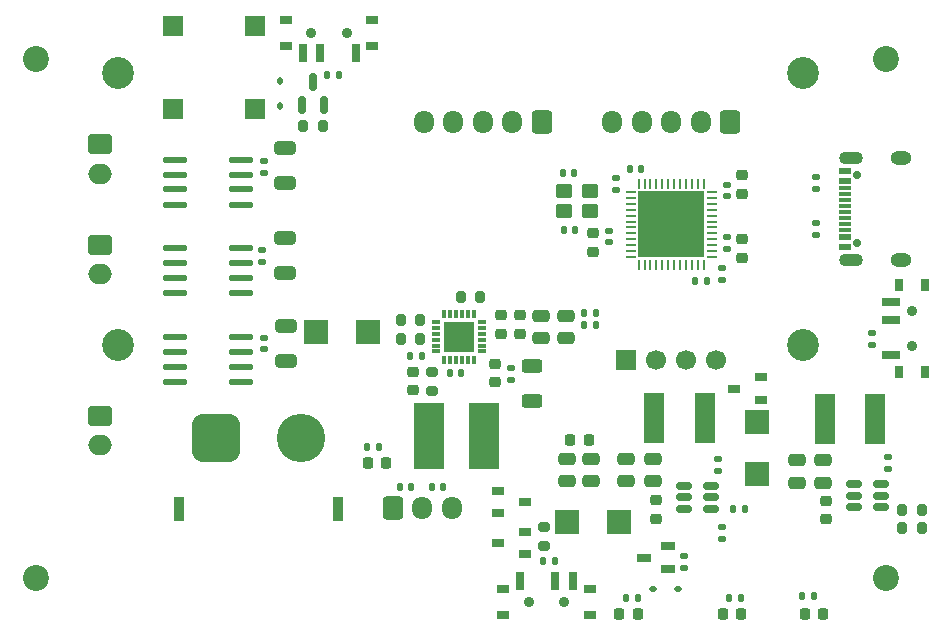
<source format=gbr>
%TF.GenerationSoftware,KiCad,Pcbnew,9.0.2*%
%TF.CreationDate,2025-12-02T14:10:35-05:00*%
%TF.ProjectId,VolleyBot,566f6c6c-6579-4426-9f74-2e6b69636164,rev?*%
%TF.SameCoordinates,Original*%
%TF.FileFunction,Soldermask,Top*%
%TF.FilePolarity,Negative*%
%FSLAX46Y46*%
G04 Gerber Fmt 4.6, Leading zero omitted, Abs format (unit mm)*
G04 Created by KiCad (PCBNEW 9.0.2) date 2025-12-02 14:10:35*
%MOMM*%
%LPD*%
G01*
G04 APERTURE LIST*
G04 Aperture macros list*
%AMRoundRect*
0 Rectangle with rounded corners*
0 $1 Rounding radius*
0 $2 $3 $4 $5 $6 $7 $8 $9 X,Y pos of 4 corners*
0 Add a 4 corners polygon primitive as box body*
4,1,4,$2,$3,$4,$5,$6,$7,$8,$9,$2,$3,0*
0 Add four circle primitives for the rounded corners*
1,1,$1+$1,$2,$3*
1,1,$1+$1,$4,$5*
1,1,$1+$1,$6,$7*
1,1,$1+$1,$8,$9*
0 Add four rect primitives between the rounded corners*
20,1,$1+$1,$2,$3,$4,$5,0*
20,1,$1+$1,$4,$5,$6,$7,0*
20,1,$1+$1,$6,$7,$8,$9,0*
20,1,$1+$1,$8,$9,$2,$3,0*%
G04 Aperture macros list end*
%ADD10C,2.200000*%
%ADD11C,2.700000*%
%ADD12R,0.900000X2.000000*%
%ADD13RoundRect,1.025000X1.025000X1.025000X-1.025000X1.025000X-1.025000X-1.025000X1.025000X-1.025000X0*%
%ADD14C,4.100000*%
%ADD15R,1.000000X0.800000*%
%ADD16RoundRect,0.200000X0.275000X-0.200000X0.275000X0.200000X-0.275000X0.200000X-0.275000X-0.200000X0*%
%ADD17C,0.900000*%
%ADD18R,0.700000X1.500000*%
%ADD19R,0.800000X1.000000*%
%ADD20R,1.500000X0.700000*%
%ADD21RoundRect,0.062500X-0.375000X-0.062500X0.375000X-0.062500X0.375000X0.062500X-0.375000X0.062500X0*%
%ADD22RoundRect,0.062500X-0.062500X-0.375000X0.062500X-0.375000X0.062500X0.375000X-0.062500X0.375000X0*%
%ADD23R,5.600000X5.600000*%
%ADD24C,0.700000*%
%ADD25R,1.100000X0.550000*%
%ADD26R,1.100000X0.300000*%
%ADD27O,2.000000X1.100000*%
%ADD28O,1.800000X1.200000*%
%ADD29RoundRect,0.200000X0.200000X0.275000X-0.200000X0.275000X-0.200000X-0.275000X0.200000X-0.275000X0*%
%ADD30RoundRect,0.250000X-0.650000X0.325000X-0.650000X-0.325000X0.650000X-0.325000X0.650000X0.325000X0*%
%ADD31O,2.050000X0.590000*%
%ADD32RoundRect,0.140000X-0.170000X0.140000X-0.170000X-0.140000X0.170000X-0.140000X0.170000X0.140000X0*%
%ADD33RoundRect,0.250000X-0.475000X0.250000X-0.475000X-0.250000X0.475000X-0.250000X0.475000X0.250000X0*%
%ADD34RoundRect,0.135000X-0.135000X-0.185000X0.135000X-0.185000X0.135000X0.185000X-0.135000X0.185000X0*%
%ADD35RoundRect,0.150000X-0.512500X-0.150000X0.512500X-0.150000X0.512500X0.150000X-0.512500X0.150000X0*%
%ADD36RoundRect,0.135000X0.135000X0.185000X-0.135000X0.185000X-0.135000X-0.185000X0.135000X-0.185000X0*%
%ADD37RoundRect,0.250000X0.475000X-0.250000X0.475000X0.250000X-0.475000X0.250000X-0.475000X-0.250000X0*%
%ADD38RoundRect,0.225000X0.250000X-0.225000X0.250000X0.225000X-0.250000X0.225000X-0.250000X-0.225000X0*%
%ADD39R,2.500000X5.700000*%
%ADD40RoundRect,0.200000X-0.200000X-0.275000X0.200000X-0.275000X0.200000X0.275000X-0.200000X0.275000X0*%
%ADD41R,1.800000X4.200000*%
%ADD42RoundRect,0.250000X-0.600000X-0.725000X0.600000X-0.725000X0.600000X0.725000X-0.600000X0.725000X0*%
%ADD43O,1.700000X1.950000*%
%ADD44RoundRect,0.135000X-0.185000X0.135000X-0.185000X-0.135000X0.185000X-0.135000X0.185000X0.135000X0*%
%ADD45R,1.700000X1.700000*%
%ADD46C,1.700000*%
%ADD47RoundRect,0.140000X0.170000X-0.140000X0.170000X0.140000X-0.170000X0.140000X-0.170000X-0.140000X0*%
%ADD48RoundRect,0.250000X-0.625000X0.312500X-0.625000X-0.312500X0.625000X-0.312500X0.625000X0.312500X0*%
%ADD49RoundRect,0.250000X0.450000X0.350000X-0.450000X0.350000X-0.450000X-0.350000X0.450000X-0.350000X0*%
%ADD50RoundRect,0.225000X-0.250000X0.225000X-0.250000X-0.225000X0.250000X-0.225000X0.250000X0.225000X0*%
%ADD51RoundRect,0.218750X0.218750X0.256250X-0.218750X0.256250X-0.218750X-0.256250X0.218750X-0.256250X0*%
%ADD52R,2.000000X2.000000*%
%ADD53RoundRect,0.135000X0.185000X-0.135000X0.185000X0.135000X-0.185000X0.135000X-0.185000X-0.135000X0*%
%ADD54R,1.250000X0.700000*%
%ADD55RoundRect,0.112500X-0.187500X-0.112500X0.187500X-0.112500X0.187500X0.112500X-0.187500X0.112500X0*%
%ADD56RoundRect,0.140000X-0.140000X-0.170000X0.140000X-0.170000X0.140000X0.170000X-0.140000X0.170000X0*%
%ADD57RoundRect,0.250000X0.600000X0.725000X-0.600000X0.725000X-0.600000X-0.725000X0.600000X-0.725000X0*%
%ADD58RoundRect,0.140000X0.140000X0.170000X-0.140000X0.170000X-0.140000X-0.170000X0.140000X-0.170000X0*%
%ADD59RoundRect,0.200000X-0.275000X0.200000X-0.275000X-0.200000X0.275000X-0.200000X0.275000X0.200000X0*%
%ADD60RoundRect,0.250000X-0.750000X0.600000X-0.750000X-0.600000X0.750000X-0.600000X0.750000X0.600000X0*%
%ADD61O,2.000000X1.700000*%
%ADD62RoundRect,0.150000X0.150000X-0.587500X0.150000X0.587500X-0.150000X0.587500X-0.150000X-0.587500X0*%
%ADD63RoundRect,0.218750X-0.256250X0.218750X-0.256250X-0.218750X0.256250X-0.218750X0.256250X0.218750X0*%
%ADD64R,0.300000X0.700000*%
%ADD65R,0.700000X0.300000*%
%ADD66R,2.600000X2.600000*%
%ADD67RoundRect,0.218750X-0.218750X-0.256250X0.218750X-0.256250X0.218750X0.256250X-0.218750X0.256250X0*%
%ADD68RoundRect,0.112500X0.112500X-0.187500X0.112500X0.187500X-0.112500X0.187500X-0.112500X-0.187500X0*%
%ADD69R,1.800000X1.800000*%
G04 APERTURE END LIST*
D10*
%TO.C,H1*%
X149500000Y-68250000D03*
%TD*%
%TO.C,H2*%
X77500000Y-112250000D03*
%TD*%
%TO.C,H3*%
X149500000Y-112250000D03*
%TD*%
%TO.C,H4*%
X77500000Y-68250000D03*
%TD*%
D11*
%TO.C,H5*%
X84500000Y-69500000D03*
%TD*%
%TO.C,H6*%
X142500000Y-69500000D03*
%TD*%
%TO.C,H7*%
X142500000Y-92500000D03*
%TD*%
%TO.C,H8*%
X84500000Y-92500000D03*
%TD*%
D12*
%TO.C,J3*%
X103100000Y-106350000D03*
X89600000Y-106350000D03*
D13*
X92750000Y-100350000D03*
D14*
X99950000Y-100350000D03*
%TD*%
D15*
%TO.C,Q5*%
X118948586Y-110200000D03*
X118948586Y-108300000D03*
X116648586Y-109250000D03*
%TD*%
D16*
%TO.C,R25*%
X120500000Y-109525000D03*
X120500000Y-107875000D03*
%TD*%
D15*
%TO.C,SW1*%
X106000000Y-67160000D03*
X106000000Y-64950000D03*
D17*
X103850000Y-66050000D03*
X100850000Y-66050000D03*
D15*
X98700000Y-67160000D03*
X98700000Y-64950000D03*
D18*
X104600000Y-67810000D03*
X101600000Y-67810000D03*
X100100000Y-67810000D03*
%TD*%
D19*
%TO.C,SW2*%
X150600000Y-94750000D03*
X152810000Y-94750000D03*
D17*
X151710000Y-92600000D03*
X151710000Y-89600000D03*
D19*
X150600000Y-87450000D03*
X152810000Y-87450000D03*
D20*
X149950000Y-93350000D03*
X149950000Y-90350000D03*
X149950000Y-88850000D03*
%TD*%
D15*
%TO.C,SW3*%
X117100000Y-113150000D03*
X117100000Y-115360000D03*
D17*
X119250000Y-114260000D03*
X122250000Y-114260000D03*
D15*
X124400000Y-113150000D03*
X124400000Y-115360000D03*
D18*
X118500000Y-112500000D03*
X121500000Y-112500000D03*
X123000000Y-112500000D03*
%TD*%
D21*
%TO.C,U1*%
X127862500Y-79550000D03*
X127862500Y-80050000D03*
X127862500Y-80550000D03*
X127862500Y-81050000D03*
X127862500Y-81550000D03*
X127862500Y-82050000D03*
X127862500Y-82550000D03*
X127862500Y-83050000D03*
X127862500Y-83550000D03*
X127862500Y-84050000D03*
X127862500Y-84550000D03*
X127862500Y-85050000D03*
D22*
X128550000Y-85737500D03*
X129050000Y-85737500D03*
X129550000Y-85737500D03*
X130050000Y-85737500D03*
X130550000Y-85737500D03*
X131050000Y-85737500D03*
X131550000Y-85737500D03*
X132050000Y-85737500D03*
X132550000Y-85737500D03*
X133050000Y-85737500D03*
X133550000Y-85737500D03*
X134050000Y-85737500D03*
D21*
X134737500Y-85050000D03*
X134737500Y-84550000D03*
X134737500Y-84050000D03*
X134737500Y-83550000D03*
X134737500Y-83050000D03*
X134737500Y-82550000D03*
X134737500Y-82050000D03*
X134737500Y-81550000D03*
X134737500Y-81050000D03*
X134737500Y-80550000D03*
X134737500Y-80050000D03*
X134737500Y-79550000D03*
D22*
X134050000Y-78862500D03*
X133550000Y-78862500D03*
X133050000Y-78862500D03*
X132550000Y-78862500D03*
X132050000Y-78862500D03*
X131550000Y-78862500D03*
X131050000Y-78862500D03*
X130550000Y-78862500D03*
X130050000Y-78862500D03*
X129550000Y-78862500D03*
X129050000Y-78862500D03*
X128550000Y-78862500D03*
D23*
X131300000Y-82300000D03*
%TD*%
D24*
%TO.C,USB2*%
X147080000Y-83890000D03*
X147080000Y-78110000D03*
D25*
X146000000Y-84200000D03*
X146000000Y-83400000D03*
D26*
X146000000Y-82750000D03*
X146000000Y-82250000D03*
X146000000Y-81750000D03*
X146000000Y-81250000D03*
X146000000Y-80750000D03*
X146000000Y-80250000D03*
X146000000Y-79750000D03*
X146000000Y-79250000D03*
D25*
X146000000Y-78600000D03*
X146000000Y-77800000D03*
D27*
X146550000Y-85320000D03*
D28*
X150760000Y-85320000D03*
D27*
X146550000Y-76680000D03*
D28*
X150760000Y-76680000D03*
%TD*%
D29*
%TO.C,R10*%
X152500000Y-108000000D03*
X150850000Y-108000000D03*
%TD*%
D30*
%TO.C,C36*%
X98600000Y-75850000D03*
X98600000Y-78800000D03*
%TD*%
%TO.C,C19*%
X98700000Y-90925000D03*
X98700000Y-93875000D03*
%TD*%
%TO.C,C16*%
X98600000Y-83450000D03*
X98600000Y-86400000D03*
%TD*%
D31*
%TO.C,U8*%
X94870000Y-95610000D03*
X94870000Y-94330000D03*
X94870000Y-93070000D03*
X94870000Y-91800000D03*
X89330000Y-91800000D03*
X89330000Y-93070000D03*
X89330000Y-94330000D03*
X89330000Y-95610000D03*
%TD*%
%TO.C,U3*%
X94870000Y-80610000D03*
X94870000Y-79330000D03*
X94870000Y-78070000D03*
X94870000Y-76800000D03*
X89330000Y-76800000D03*
X89330000Y-78070000D03*
X89330000Y-79330000D03*
X89330000Y-80610000D03*
%TD*%
%TO.C,U2*%
X94870000Y-88110000D03*
X94870000Y-86830000D03*
X94870000Y-85570000D03*
X94870000Y-84300000D03*
X89330000Y-84300000D03*
X89330000Y-85570000D03*
X89330000Y-86830000D03*
X89330000Y-88110000D03*
%TD*%
D32*
%TO.C,C37*%
X96800000Y-76940000D03*
X96800000Y-77900000D03*
%TD*%
D33*
%TO.C,C15*%
X127500000Y-102150000D03*
X127500000Y-104050000D03*
%TD*%
%TO.C,C25*%
X144200000Y-102250000D03*
X144200000Y-104150000D03*
%TD*%
D34*
%TO.C,R26*%
X109230000Y-93422500D03*
X110250000Y-93422500D03*
%TD*%
D35*
%TO.C,U4*%
X132362500Y-104450000D03*
X132362500Y-105400000D03*
X132362500Y-106350000D03*
X134637500Y-106350000D03*
X134637500Y-105400000D03*
X134637500Y-104450000D03*
%TD*%
D36*
%TO.C,R9*%
X137520000Y-106400000D03*
X136500000Y-106400000D03*
%TD*%
D37*
%TO.C,C30*%
X122400000Y-91947500D03*
X122400000Y-90047500D03*
%TD*%
D29*
%TO.C,R18*%
X115125000Y-88460000D03*
X113475000Y-88460000D03*
%TD*%
D33*
%TO.C,C14*%
X129750000Y-102150000D03*
X129750000Y-104050000D03*
%TD*%
D38*
%TO.C,C23*%
X144450000Y-107250000D03*
X144450000Y-105700000D03*
%TD*%
D39*
%TO.C,L4*%
X110800000Y-100210000D03*
X115500000Y-100190000D03*
%TD*%
D40*
%TO.C,R16*%
X108400000Y-92022500D03*
X110050000Y-92022500D03*
%TD*%
D41*
%TO.C,L1*%
X134150000Y-98650000D03*
X129850000Y-98650000D03*
%TD*%
D33*
%TO.C,C7*%
X122450000Y-102150000D03*
X122450000Y-104050000D03*
%TD*%
D32*
%TO.C,C2*%
X135600000Y-86000000D03*
X135600000Y-86960000D03*
%TD*%
D42*
%TO.C,J4*%
X107750000Y-106305000D03*
D43*
X110250000Y-106305000D03*
X112750000Y-106305000D03*
%TD*%
D33*
%TO.C,C26*%
X141950000Y-102250000D03*
X141950000Y-104150000D03*
%TD*%
D44*
%TO.C,R14*%
X117750000Y-94427500D03*
X117750000Y-95447500D03*
%TD*%
D32*
%TO.C,C4*%
X136000000Y-78940000D03*
X136000000Y-79900000D03*
%TD*%
D38*
%TO.C,C12*%
X130000000Y-107200000D03*
X130000000Y-105650000D03*
%TD*%
D45*
%TO.C,J1*%
X127460000Y-93750000D03*
D46*
X130000000Y-93750000D03*
X132540000Y-93750000D03*
X135080000Y-93750000D03*
%TD*%
D47*
%TO.C,C5*%
X126000000Y-83790000D03*
X126000000Y-82830000D03*
%TD*%
D48*
%TO.C,R19*%
X119550000Y-94300000D03*
X119550000Y-97225000D03*
%TD*%
D49*
%TO.C,Y1*%
X124400000Y-79472000D03*
X122200000Y-79472000D03*
X122200000Y-81172000D03*
X124400000Y-81172000D03*
%TD*%
D47*
%TO.C,C22*%
X126598586Y-79350000D03*
X126598586Y-78390000D03*
%TD*%
D50*
%TO.C,C33*%
X109475000Y-94800000D03*
X109475000Y-96350000D03*
%TD*%
D51*
%TO.C,D2*%
X137252500Y-115240000D03*
X135677500Y-115240000D03*
%TD*%
D33*
%TO.C,C8*%
X124550000Y-102150000D03*
X124550000Y-104050000D03*
%TD*%
D52*
%TO.C,D1*%
X138550000Y-99025000D03*
X138550000Y-103425000D03*
%TD*%
D47*
%TO.C,C24*%
X149700000Y-102960000D03*
X149700000Y-102000000D03*
%TD*%
D53*
%TO.C,R8*%
X135575000Y-108925000D03*
X135575000Y-107905000D03*
%TD*%
D54*
%TO.C,Q3*%
X131000000Y-111450000D03*
X131000000Y-109550000D03*
X129000000Y-110500000D03*
%TD*%
D52*
%TO.C,D12*%
X126900000Y-107450000D03*
X122500000Y-107450000D03*
%TD*%
D55*
%TO.C,D8*%
X129800000Y-113200000D03*
X131900000Y-113200000D03*
%TD*%
D34*
%TO.C,R5*%
X123905000Y-90825000D03*
X124925000Y-90825000D03*
%TD*%
D53*
%TO.C,R2*%
X143600000Y-79300000D03*
X143600000Y-78280000D03*
%TD*%
D56*
%TO.C,C11*%
X133340000Y-87100000D03*
X134300000Y-87100000D03*
%TD*%
D15*
%TO.C,Q1*%
X138950000Y-97150000D03*
X138950000Y-95250000D03*
X136650000Y-96200000D03*
%TD*%
D56*
%TO.C,C10*%
X122240000Y-82800000D03*
X123200000Y-82800000D03*
%TD*%
D57*
%TO.C,J8*%
X120350000Y-73650000D03*
D43*
X117850000Y-73650000D03*
X115350000Y-73650000D03*
X112850000Y-73650000D03*
X110350000Y-73650000D03*
%TD*%
D56*
%TO.C,C3*%
X127828798Y-77606497D03*
X128788798Y-77606497D03*
%TD*%
D37*
%TO.C,C29*%
X120300000Y-91947500D03*
X120300000Y-90047500D03*
%TD*%
D58*
%TO.C,C35*%
X111980000Y-104500000D03*
X111020000Y-104500000D03*
%TD*%
D36*
%TO.C,R6*%
X124925000Y-89775000D03*
X123905000Y-89775000D03*
%TD*%
D34*
%TO.C,R13*%
X142377500Y-113751000D03*
X143397500Y-113751000D03*
%TD*%
D36*
%TO.C,R27*%
X137227500Y-113890000D03*
X136207500Y-113890000D03*
%TD*%
D59*
%TO.C,R7*%
X111075000Y-94750000D03*
X111075000Y-96400000D03*
%TD*%
D36*
%TO.C,R15*%
X128520000Y-113900000D03*
X127500000Y-113900000D03*
%TD*%
D34*
%TO.C,R1*%
X102190000Y-69625000D03*
X103210000Y-69625000D03*
%TD*%
D32*
%TO.C,C18*%
X96800000Y-91900000D03*
X96800000Y-92860000D03*
%TD*%
D60*
%TO.C,J7*%
X82945000Y-98500000D03*
D61*
X82945000Y-101000000D03*
%TD*%
D62*
%TO.C,Q4*%
X100025000Y-72150000D03*
X101925000Y-72150000D03*
X100975000Y-70275000D03*
%TD*%
D56*
%TO.C,C34*%
X108340000Y-104500000D03*
X109300000Y-104500000D03*
%TD*%
D57*
%TO.C,J2*%
X136300000Y-73645000D03*
D43*
X133800000Y-73645000D03*
X131300000Y-73645000D03*
X128800000Y-73645000D03*
X126300000Y-73645000D03*
%TD*%
D63*
%TO.C,D3*%
X137300000Y-83537500D03*
X137300000Y-85112500D03*
%TD*%
D51*
%TO.C,FB1*%
X124337500Y-100550000D03*
X122762500Y-100550000D03*
%TD*%
D58*
%TO.C,C9*%
X123080000Y-77972000D03*
X122120000Y-77972000D03*
%TD*%
D51*
%TO.C,D4*%
X144175000Y-115251000D03*
X142600000Y-115251000D03*
%TD*%
D40*
%TO.C,R17*%
X108400000Y-90422500D03*
X110050000Y-90422500D03*
%TD*%
D36*
%TO.C,R21*%
X121510000Y-110800000D03*
X120490000Y-110800000D03*
%TD*%
D52*
%TO.C,D10*%
X101200000Y-91400000D03*
X105600000Y-91400000D03*
%TD*%
D40*
%TO.C,R22*%
X100150000Y-73975000D03*
X101800000Y-73975000D03*
%TD*%
D64*
%TO.C,U7*%
X114600000Y-89860000D03*
X114100000Y-89860000D03*
X113600000Y-89860000D03*
X113100000Y-89860000D03*
X112600000Y-89860000D03*
X112100000Y-89860000D03*
D65*
X111400000Y-90550000D03*
X111400000Y-91050000D03*
X111400000Y-91550000D03*
X111400000Y-92050000D03*
X111400000Y-92550000D03*
X111400000Y-93050000D03*
D64*
X112100000Y-93740000D03*
X112600000Y-93740000D03*
X113100000Y-93740000D03*
X113600000Y-93740000D03*
X114100000Y-93740000D03*
X114600000Y-93740000D03*
D65*
X115300000Y-93050000D03*
X115300000Y-92550000D03*
X115300000Y-92050000D03*
X115300000Y-91550000D03*
X115300000Y-91050000D03*
X115300000Y-90550000D03*
D66*
X113350000Y-91800000D03*
%TD*%
D60*
%TO.C,J6*%
X82945000Y-84000000D03*
D61*
X82945000Y-86500000D03*
%TD*%
D60*
%TO.C,J5*%
X82945000Y-75500000D03*
D61*
X82945000Y-78000000D03*
%TD*%
D36*
%TO.C,R28*%
X106575000Y-101100000D03*
X105555000Y-101100000D03*
%TD*%
D51*
%TO.C,D6*%
X107175000Y-102500000D03*
X105600000Y-102500000D03*
%TD*%
D38*
%TO.C,C28*%
X118500000Y-91547500D03*
X118500000Y-89997500D03*
%TD*%
D67*
%TO.C,D5*%
X126925000Y-115300000D03*
X128500000Y-115300000D03*
%TD*%
D41*
%TO.C,L2*%
X148600000Y-98750000D03*
X144300000Y-98750000D03*
%TD*%
D53*
%TO.C,R12*%
X136000000Y-84345000D03*
X136000000Y-83325000D03*
%TD*%
D35*
%TO.C,U5*%
X146812500Y-104300000D03*
X146812500Y-105250000D03*
X146812500Y-106200000D03*
X149087500Y-106200000D03*
X149087500Y-105250000D03*
X149087500Y-104300000D03*
%TD*%
D68*
%TO.C,D7*%
X98175000Y-72262500D03*
X98175000Y-70162500D03*
%TD*%
D50*
%TO.C,C1*%
X137300000Y-78150000D03*
X137300000Y-79700000D03*
%TD*%
D38*
%TO.C,C32*%
X116350000Y-95622500D03*
X116350000Y-94072500D03*
%TD*%
D47*
%TO.C,C13*%
X135250000Y-103130000D03*
X135250000Y-102170000D03*
%TD*%
D44*
%TO.C,R3*%
X143600000Y-82200000D03*
X143600000Y-83220000D03*
%TD*%
D15*
%TO.C,Q2*%
X116650000Y-104850000D03*
X116650000Y-106750000D03*
X118950000Y-105800000D03*
%TD*%
D44*
%TO.C,R4*%
X148300000Y-91490000D03*
X148300000Y-92510000D03*
%TD*%
D32*
%TO.C,C17*%
X96700000Y-84500000D03*
X96700000Y-85460000D03*
%TD*%
D38*
%TO.C,C6*%
X124700000Y-84610000D03*
X124700000Y-83060000D03*
%TD*%
%TO.C,C27*%
X116900000Y-91547500D03*
X116900000Y-89997500D03*
%TD*%
D53*
%TO.C,R23*%
X132350000Y-111410000D03*
X132350000Y-110390000D03*
%TD*%
D69*
%TO.C,BUZZER1*%
X96100000Y-72500000D03*
X96100000Y-65520000D03*
X89120000Y-65520000D03*
X89120000Y-72500000D03*
%TD*%
D29*
%TO.C,R11*%
X152500000Y-106500000D03*
X150850000Y-106500000D03*
%TD*%
D56*
%TO.C,C31*%
X112590000Y-94900000D03*
X113550000Y-94900000D03*
%TD*%
M02*

</source>
